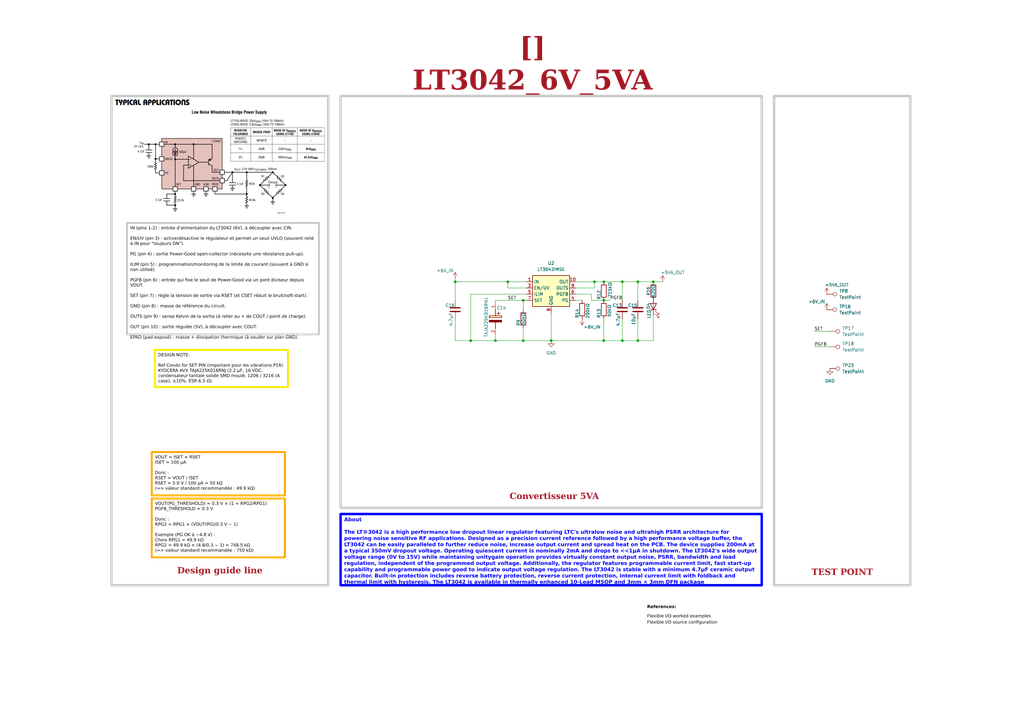
<source format=kicad_sch>
(kicad_sch (version 20250114) (generator "eeschema") (generator_version "9.0")
  (paper "A3")
  (title_block (title "Sheet Title B") (date "2025-01-12") (rev "${REVISION}") (company "${COMPANY}"))
  (lib_symbols
    (symbol "Connector:TestPoint" (pin_numbers (hide yes)) (pin_names (offset 0.762) (hide yes))
      (property "Reference" "TP" (at 0 6.858 0))
      (property "Value" "TestPoint" (at 0 5.08 0))
      (symbol "TestPoint_0_1"
        (circle (center 0 3.302) (radius 0.762))
      )
      (symbol "TestPoint_1_1"
        (pin passive line (at 0 0 90) (length 2.54) (name "1") (number "1"))
      )
    )
    (symbol "Device:C" (pin_numbers (hide yes)) (pin_names (offset 0.254))
      (property "Reference" "C" (at 0.635 2.54 0))
      (property "Value" "C" (at 0.635 -2.54 0))
      (symbol "C_0_1"
        (polyline (pts (xy -2.032 0.762) (xy 2.032 0.762)) (stroke (width 0.508)))
        (polyline (pts (xy -2.032 -0.762) (xy 2.032 -0.762)) (stroke (width 0.508)))
      )
      (symbol "C_1_1"
        (pin passive line (at 0 3.81 270) (length 2.794) (name "~") (number "1"))
        (pin passive line (at 0 -3.81 90) (length 2.794) (name "~") (number "2"))
      )
    )
    (symbol "Device:LED" (pin_numbers (hide yes)) (pin_names (offset 1.016) (hide yes))
      (property "Reference" "D" (at 0 2.54 0))
      (property "Value" "LED" (at 0 -2.54 0))
      (symbol "LED_0_1"
        (polyline (pts (xy -3.048 -0.762) (xy -4.572 -2.286) (xy -3.81 -2.286) (xy -4.572 -2.286) (xy -4.572 -1.524)))
        (polyline (pts (xy -1.778 -0.762) (xy -3.302 -2.286) (xy -2.54 -2.286) (xy -3.302 -2.286) (xy -3.302 -1.524)))
        (polyline (pts (xy -1.27 0) (xy 1.27 0)))
        (polyline (pts (xy -1.27 -1.27) (xy -1.27 1.27)) (stroke (width 0.254)))
        (polyline (pts (xy 1.27 -1.27) (xy 1.27 1.27) (xy -1.27 0) (xy 1.27 -1.27)) (stroke (width 0.254)))
      )
      (symbol "LED_1_1"
        (pin passive line (at -3.81 0 0) (length 2.54) (name "K") (number "1"))
        (pin passive line (at 3.81 0 180) (length 2.54) (name "A") (number "2"))
      )
    )
    (symbol "Device:R" (pin_numbers (hide yes)) (pin_names (offset 0))
      (property "Reference" "R" (at 2.032 0 90))
      (property "Value" "R" (at 0 0 90))
      (symbol "R_0_1"
        (rectangle (start -1.016 -2.54) (end 1.016 2.54) (stroke (width 0.254)))
      )
      (symbol "R_1_1"
        (pin passive line (at 0 3.81 270) (length 1.27) (name "~") (number "1"))
        (pin passive line (at 0 -3.81 90) (length 1.27) (name "~") (number "2"))
      )
    )
    (symbol "Regulator_Linear:LT3042xMSE"
      (property "Reference" "U" (at -6.35 6.35 0))
      (property "Value" "LT3042xMSE" (at 1.27 6.35 0))
      (symbol "LT3042xMSE_0_1"
        (rectangle (start -7.62 5.08) (end 7.62 -7.62) (stroke (width 0.254)) (fill (type background)))
      )
      (symbol "LT3042xMSE_1_1"
        (pin power_in line (at -10.16 2.54 0) (length 2.54) (name "IN") (number "1"))
        (pin passive line (at -10.16 2.54 0) (length 2.54) (hide yes) (name "IN") (number "2"))
        (pin input line (at -10.16 0 0) (length 2.54) (name "EN/UV") (number "3"))
        (pin passive line (at -10.16 -2.54 0) (length 2.54) (name "ILIM") (number "5"))
        (pin passive line (at -10.16 -5.08 0) (length 2.54) (name "SET") (number "7"))
        (pin passive line (at 0 -10.16 90) (length 2.54) (hide yes) (name "GND") (number "11"))
        (pin power_in line (at 0 -10.16 90) (length 2.54) (name "GND") (number "8"))
        (pin power_out line (at 10.16 2.54 180) (length 2.54) (name "OUT") (number "10"))
        (pin input line (at 10.16 0 180) (length 2.54) (name "OUTS") (number "9"))
        (pin input line (at 10.16 -2.54 180) (length 2.54) (name "PGFB") (number "6"))
        (pin open_collector line (at 10.16 -5.08 180) (length 2.54) (name "PG") (number "4"))
      )
    )
    (symbol "TAJA225K016RNJ:TAJA225K016RNJ" (pin_names (hide yes))
      (property "Reference" "C" (at 8.89 6.35 0))
      (property "Value" "TAJA225K016RNJ" (at 8.89 3.81 0))
      (symbol "TAJA225K016RNJ_1_1"
        (polyline (pts (xy 2.54 0) (xy 5.08 0)) (stroke (width 0.254)))
        (polyline (pts (xy 4.064 1.778) (xy 4.064 0.762)) (stroke (width 0.254)))
        (polyline (pts (xy 4.572 1.27) (xy 3.556 1.27)) (stroke (width 0.254)))
        (rectangle (start 5.08 2.54) (end 5.842 -2.54) (stroke (width 0.254)) (fill (type background)))
        (polyline (pts (xy 7.62 2.54) (xy 7.62 -2.54) (xy 6.858 -2.54) (xy 6.858 2.54) (xy 7.62 2.54)) (stroke (width 0.254)) (fill (type outline)))
        (polyline (pts (xy 7.62 0) (xy 10.16 0)) (stroke (width 0.254)))
        (pin passive line (at 0 0 0) (length 2.54) (name "+") (number "1"))
        (pin passive line (at 12.7 0 180) (length 2.54) (name "-") (number "2"))
      )
    )
    (symbol "power:+5VA" (power) (pin_numbers (hide yes)) (pin_names (offset 0) (hide yes))
      (property "Value" "+5VA" (at 0 3.556 0))
      (symbol "+5VA_0_1"
        (polyline (pts (xy -0.762 1.27) (xy 0 2.54)))
        (polyline (pts (xy 0 2.54) (xy 0.762 1.27)))
        (polyline (pts (xy 0 0) (xy 0 2.54)))
      )
      (symbol "+5VA_1_1"
        (pin power_in line (at 0 0 90) (length 0) (name "~") (number "1"))
      )
    )
    (symbol "power:+6V" (power) (pin_numbers (hide yes)) (pin_names (offset 0) (hide yes))
      (property "Value" "+6V" (at 0 3.556 0))
      (symbol "+6V_0_1"
        (polyline (pts (xy -0.762 1.27) (xy 0 2.54)))
        (polyline (pts (xy 0 2.54) (xy 0.762 1.27)))
        (polyline (pts (xy 0 0) (xy 0 2.54)))
      )
      (symbol "+6V_1_1"
        (pin power_in line (at 0 0 90) (length 0) (name "~") (number "1"))
      )
    )
    (symbol "power:GND" (power) (pin_numbers (hide yes)) (pin_names (offset 0) (hide yes))
      (property "Value" "GND" (at 0 -3.81 0))
      (symbol "GND_0_1"
        (polyline (pts (xy 0 0) (xy 0 -1.27) (xy 1.27 -1.27) (xy 0 -2.54) (xy -1.27 -1.27) (xy 0 -1.27)))
      )
      (symbol "GND_1_1"
        (pin power_in line (at 0 0 270) (length 0) (name "~") (number "1"))
      )
    )
  )
  (rectangle (start 317.5 39.37) (end 373.38 240.03) (stroke (width 1) (color 200 200 200 1)))
  (rectangle (start 45.72 39.37) (end 134.62 240.03) (stroke (width 1) (color 200 200 200 1)))
  (rectangle (start 139.7 39.37) (end 312.42 208.28) (stroke (width 1) (color 200 200 200 1)))
  (text "Flexible I/O worked examples" (at 265.43 254 0) (effects (font (size 1.27 1.27)) (justify left bottom)))
  (text "References:" (at 265.43 250.19 0) (effects (font (size 1.27 1.27) (thickness 0.254) (bold yes)) (justify left bottom)))
  (text "Flexible I/O source configuration" (at 265.43 256.54 0) (effects (font (size 1.27 1.27)) (justify left bottom)))
  (text_box "Design guide line" (at 46.99 227.965 0) (size 86.36 9.525) (margins 1.9049 1.9049 1.9049 1.9049) (stroke (width -0.0001)) (effects (font (size 2.54 2.54) (thickness 0.508) (bold yes)) (justify bottom)))
  (text_box "DESIGN NOTE:\n\nRef Condo for SET PIN (important pour les vibrations P16)\nKYOCERA AVX TAJA225K016RNJ (2.2 µF, 16 VDC, condensateur tantale solide SMD moulé, 1206 / 3216 (A case), ±10%, ESR 6.5 Ω)." (at 63.5 143.51 0) (size 54.61 15.24) (margins 1.3525 1.3525 1.3525 1.3525) (stroke (width 0.8) (color 250 236 0 1)) (effects (font (size 1.27 1.27)) (justify left top)))
  (text_box "[${#}] LT3042_6V_5VA" (at 161.29 20.32 0) (size 114.3 12.7) (margins 5.9999 5.9999 5.9999 5.9999) (stroke (width -0.0001)) (effects (font (size 8 8) (thickness 1.2) (bold yes))))
  (text_box "VOUT ≈ ISET × RSET\nISET ≈ 100 µA\n\nDonc :\nRSET ≈ VOUT / ISET\nRSET ≈ 5.0 V / 100 µA = 50 kΩ\n(=> valeur standard recommandée : 49.9 kΩ)" (at 62.23 185.42 0) (size 54.61 17.78) (margins 1.3525 1.3525 1.3525 1.3525) (stroke (width 0.8) (color 255 165 0 1)) (effects (font (size 1.27 1.27)) (justify left top)))
  (text_box "Convertisseur 5VA" (at 143.51 197.485 0) (size 167.64 9.525) (margins 1.9049 1.9049 1.9049 1.9049) (stroke (width -0.0001)) (effects (font (size 2.54 2.54) (thickness 0.508) (bold yes)) (justify bottom)))
  (text_box "TEST POINT" (at 318.77 228.6 0) (size 53.34 9.525) (margins 1.9049 1.9049 1.9049 1.9049) (stroke (width -0.0001)) (effects (font (size 2.54 2.54) (thickness 0.508) (bold yes)) (justify bottom)))
  (text_box "VOUT(PG_THRESHOLD) ≈ 0.3 V × (1 + RPG2/RPG1)\nPGFB_THRESHOLD ≈ 0.3 V\n\nDonc :\nRPG2 ≈ RPG1 × (VOUT(PG)/0.3 V − 1)\n\nExemple (PG OK à ~4.8 V) :\nChoix RPG1 = 49.9 kΩ\nRPG2 ≈ 49.9 kΩ × (4.8/0.3 − 1) ≈ 748.5 kΩ\n(=> valeur standard recommandée : 750 kΩ)" (at 62.23 204.47 0) (size 54.61 24.13) (margins 1.3525 1.3525 1.3525 1.3525) (stroke (width 0.8) (color 255 165 0 1)) (effects (font (size 1.27 1.27)) (justify left top)))
  (text_box "IN (pins 1-2) : entrée d'alimentation du LT3042 (6V), à découpler avec CIN.\n\nEN/UV (pin 3) : active/désactive le régulateur et permet un seuil UVLO (souvent relié à IN pour \"toujours ON\").\n\nPG (pin 4) : sortie Power-Good open-collector (nécessite une résistance pull-up).\n\nILIM (pin 5) : programmation/monitoring de la limite de courant (souvent à GND si non utilisé).\n\nPGFB (pin 6) : entrée qui fixe le seuil de Power-Good via un pont diviseur depuis VOUT.\n\nSET (pin 7) : règle la tension de sortie via RSET (et CSET réduit le bruit/soft-start).\n\nGND (pin 8) : masse de référence du circuit.\n\nOUTS (pin 9) : sense Kelvin de la sortie (à relier au + de COUT / point de charge).\n\nOUT (pin 10) : sortie régulée (5V), à découpler avec COUT.\n\nEPAD (pad exposé) : masse + dissipation thermique (à souder sur plan GND)." (at 52.07 91.44 0) (size 78.74 45.72) (margins 1.3525 1.3525 1.3525 1.3525) (stroke (width 0.8) (color 200 200 200 1)) (effects (font (size 1.27 1.27)) (justify left top)))
  (text_box "About\n\nThe LT®3042 is a high performance low dropout linear regulator featuring LTC's ultralow noise and ultrahigh PSRR architecture for powering noise sensitive RF applications. Designed as a precision current reference followed by a high performance voltage buffer, the LT3042 can be easily paralleled to further reduce noise, increase output current and spread heat on the PCB. The device supplies 200mA at a typical 350mV dropout voltage. Operating quiescent current is nominally 2mA and drops to <<1µA in shutdown. The LT3042's wide output voltage range (0V to 15V) while maintaining unitygain operation provides virtually constant output noise, PSRR, bandwidth and load regulation, independent of the programmed output voltage. Additionally, the regulator features programmable current limit, fast start-up capability and programmable power good to indicate output voltage regulation. The LT3042 is stable with a minimum 4.7µF ceramic output capacitor. Built-in protection includes reverse battery protection, reverse current protection, internal current limit with foldback and thermal limit with hysteresis. The LT3042 is available in thermally enhanced 10-Lead MSOP and 3mm × 3mm DFN package" (at 139.7 210.82 0) (size 172.72 29.21) (margins 1.4525 1.4525 1.4525 1.4525) (stroke (width 1) (color 0 0 255 1)) (effects (font (size 1.524 1.524) (thickness 0.4) (bold yes)) (justify left top)))
  (junction (at 261.62 115.57))
  (junction (at 243.84 115.57))
  (junction (at 193.04 139.7))
  (junction (at 261.62 139.7))
  (junction (at 255.27 115.57))
  (junction (at 267.97 115.57))
  (junction (at 214.63 139.7))
  (junction (at 247.65 123.19))
  (junction (at 214.63 123.19))
  (junction (at 226.06 139.7))
  (junction (at 247.65 115.57))
  (junction (at 203.2 139.7))
  (junction (at 208.28 115.57))
  (junction (at 247.65 139.7))
  (junction (at 186.69 115.57))
  (junction (at 255.27 139.7))
  (wire (pts (xy 186.69 130.81) (xy 186.69 139.7)))
  (wire (pts (xy 247.65 115.57) (xy 255.27 115.57)))
  (wire (pts (xy 214.63 134.62) (xy 214.63 139.7)))
  (wire (pts (xy 186.69 114.3) (xy 186.69 115.57)))
  (wire (pts (xy 247.65 130.81) (xy 247.65 139.7)))
  (wire (pts (xy 255.27 139.7) (xy 261.62 139.7)))
  (wire (pts (xy 238.76 123.19) (xy 236.22 123.19)))
  (wire (pts (xy 267.97 123.19) (xy 267.97 121.92)))
  (wire (pts (xy 267.97 129.54) (xy 267.97 139.7)))
  (wire (pts (xy 208.28 118.11) (xy 208.28 115.57)))
  (wire (pts (xy 186.69 139.7) (xy 193.04 139.7)))
  (wire (pts (xy 208.28 115.57) (xy 215.9 115.57)))
  (wire (pts (xy 193.04 139.7) (xy 203.2 139.7)))
  (wire (pts (xy 236.22 120.65) (xy 242.57 120.65)))
  (wire (pts (xy 215.9 120.65) (xy 193.04 120.65)))
  (wire (pts (xy 250.19 123.19) (xy 247.65 123.19)))
  (wire (pts (xy 215.9 123.19) (xy 214.63 123.19)))
  (wire (pts (xy 255.27 123.19) (xy 255.27 115.57)))
  (wire (pts (xy 214.63 123.19) (xy 214.63 127)))
  (wire (pts (xy 261.62 115.57) (xy 267.97 115.57)))
  (wire (pts (xy 203.2 137.16) (xy 203.2 139.7)))
  (wire (pts (xy 186.69 115.57) (xy 186.69 123.19)))
  (wire (pts (xy 334.01 142.24) (xy 340.36 142.24)))
  (wire (pts (xy 243.84 118.11) (xy 243.84 115.57)))
  (wire (pts (xy 255.27 115.57) (xy 261.62 115.57)))
  (wire (pts (xy 271.78 115.57) (xy 267.97 115.57)))
  (wire (pts (xy 247.65 139.7) (xy 255.27 139.7)))
  (wire (pts (xy 255.27 130.81) (xy 255.27 139.7)))
  (wire (pts (xy 242.57 123.19) (xy 247.65 123.19)))
  (wire (pts (xy 243.84 115.57) (xy 247.65 115.57)))
  (wire (pts (xy 236.22 115.57) (xy 243.84 115.57)))
  (wire (pts (xy 193.04 120.65) (xy 193.04 139.7)))
  (wire (pts (xy 214.63 123.19) (xy 203.2 123.19)))
  (wire (pts (xy 186.69 115.57) (xy 208.28 115.57)))
  (wire (pts (xy 236.22 118.11) (xy 243.84 118.11)))
  (wire (pts (xy 226.06 128.27) (xy 226.06 139.7)))
  (wire (pts (xy 334.01 135.89) (xy 340.36 135.89)))
  (wire (pts (xy 242.57 120.65) (xy 242.57 123.19)))
  (wire (pts (xy 214.63 139.7) (xy 226.06 139.7)))
  (wire (pts (xy 226.06 139.7) (xy 247.65 139.7)))
  (wire (pts (xy 203.2 123.19) (xy 203.2 124.46)))
  (wire (pts (xy 215.9 118.11) (xy 208.28 118.11)))
  (wire (pts (xy 261.62 139.7) (xy 267.97 139.7)))
  (wire (pts (xy 261.62 130.81) (xy 261.62 139.7)))
  (wire (pts (xy 203.2 139.7) (xy 214.63 139.7)))
  (wire (pts (xy 261.62 123.19) (xy 261.62 115.57)))
  (image (at 90.17 64.77) (scale 0.318221))
  (label "SET" (at 208.28 123.19 0))
  (label "SET" (at 334.01 135.89 0))
  (label "PGFB" (at 250.19 123.19 0))
  (label "PGFB" (at 334.01 142.24 0))
  (symbol (lib_id "Regulator_Linear:LT3042xMSE") (at 226.06 118.11 0) (unit 1)
    (property "Reference" "U2" (at 226.06 107.95 0))
    (property "Value" "LT3042IMSE" (at 226.06 110.49 0))
    (property "Footprint" "Package_SO:MSOP-10-1EP_3x3mm_P0.5mm_EP2.2x3.1mm_Mask1.83x1.89mm_ThermalVias" (effects (hide yes)))
    (property "Datasheet" "https://www.analog.com/media/en/technical-documentation/data-sheets/3042fb.pdf" (effects (hide yes)))
    (property "Description" "200mA, Adjustable, Ultralow Noise, Ultrahigh PSRR RF Linear Regulator, MSOP-10" (effects (hide yes)))
  )
  (symbol (lib_id "Connector:TestPoint") (at 340.36 135.89 270) (unit 1)
    (property "Reference" "TP17" (at 345.44 134.6199 90) (effects (justify left)))
    (property "Value" "TestPoint" (at 345.44 137.1599 90) (effects (justify left)))
    (property "Footprint" "TestPoint:TestPoint_Pad_D2.0mm" (effects (hide yes)))
    (property "Description" "test point" (effects (hide yes)))
  )
  (symbol (lib_id "Connector:TestPoint") (at 339.09 120.65 270) (unit 1)
    (property "Reference" "TP8" (at 344.17 119.3799 90) (effects (justify left)))
    (property "Value" "TestPoint" (at 344.17 121.9199 90) (effects (justify left)))
    (property "Footprint" "TestPoint:TestPoint_Pad_D2.0mm" (effects (hide yes)))
    (property "Description" "test point" (effects (hide yes)))
  )
  (symbol (lib_id "Device:R") (at 247.65 119.38 180) (unit 1)
    (property "Reference" "R12" (at 245.618 120.904 90))
    (property "Value" "715kΩ" (at 250.19 118.872 90))
    (property "Footprint" "Resistor_SMD:R_0603_1608Metric" (effects (hide yes)))
    (property "Description" "Resistor" (effects (hide yes)))
  )
  (symbol (lib_id "power:GND") (at 340.36 151.13 0) (unit 1)
    (property "Reference" "#PWR037" (effects (hide yes)))
    (property "Value" "GND" (at 340.36 156.21 0))
    (property "Description" "Power symbol creates a global label with name \"GND\" , ground" (effects (hide yes)))
  )
  (symbol (lib_id "power:+6V") (at 339.09 127 0) (unit 1)
    (property "Reference" "#PWR021" (effects (hide yes)))
    (property "Value" "+6V_IN" (at 331.47 123.698 0) (effects (justify left)))
    (property "Description" "Power symbol creates a global label with name \"+6V\"" (effects (hide yes)))
  )
  (symbol (lib_id "power:+5VA") (at 339.09 120.65 0) (unit 1)
    (property "Reference" "#PWR017" (effects (hide yes)))
    (property "Value" "+5VA_OUT" (at 338.328 116.84 0) (effects (justify left)))
    (property "Description" "Power symbol creates a global label with name \"+5VA\"" (effects (hide yes)))
  )
  (symbol (lib_id "Connector:TestPoint") (at 340.36 142.24 270) (unit 1)
    (property "Reference" "TP18" (at 345.44 140.9699 90) (effects (justify left)))
    (property "Value" "TestPoint" (at 345.44 143.5099 90) (effects (justify left)))
    (property "Footprint" "TestPoint:TestPoint_Pad_D2.0mm" (effects (hide yes)))
    (property "Description" "test point" (effects (hide yes)))
  )
  (symbol (lib_id "Connector:TestPoint") (at 340.36 151.13 270) (unit 1)
    (property "Reference" "TP23" (at 345.44 149.8599 90) (effects (justify left)))
    (property "Value" "TestPoint" (at 345.44 152.3999 90) (effects (justify left)))
    (property "Footprint" "TestPoint:TestPoint_Pad_D2.0mm" (effects (hide yes)))
    (property "Description" "test point" (effects (hide yes)))
  )
  (symbol (lib_id "Device:R") (at 238.76 127 180) (unit 1)
    (property "Reference" "R14" (at 236.728 128.524 90))
    (property "Value" "200kΩ" (at 241.046 127.508 90))
    (property "Footprint" "Resistor_SMD:R_0603_1608Metric" (effects (hide yes)))
    (property "Description" "Resistor" (effects (hide yes)))
  )
  (symbol (lib_id "Device:R") (at 267.97 119.38 180) (unit 1)
    (property "Reference" "R16" (at 265.938 119.38 90))
    (property "Value" "620Ω" (at 267.97 119.38 90))
    (property "Footprint" "Resistor_SMD:R_0603_1608Metric" (effects (hide yes)))
    (property "Description" "Resistor" (effects (hide yes)))
  )
  (symbol (lib_id "TAJA225K016RNJ:TAJA225K016RNJ") (at 203.2 124.46 270) (unit 1)
    (property "Reference" "C14" (at 203.708 126.238 90) (effects (justify left)))
    (property "Value" "TAJA225K016RNJ" (at 199.39 121.92 0) (effects (justify left)))
    (property "Footprint" "CAPPM3216X180N" (effects (hide yes)))
    (property "Datasheet" "http://www.farnell.com/datasheets/1680476.pdf" (effects (hide yes)))
    (property "Description" "TAJ SMT tant capacitor,Case A,16V,2.2uF AVX 2.2uF SMD Solid MnO2 Tantalum Electrolytic Capacitor, 16 V dc +/-10%, TAJ Series" (effects (hide yes)))
    (property "Height" "1.8" (effects (hide yes)))
    (property "Manufacturer_Name" "Kyocera AVX" (effects (hide yes)))
    (property "Manufacturer_Part_Number" "TAJA225K016RNJ" (effects (hide yes)))
    (property "Mouser Part Number" "581-TAJA225K016" (effects (hide yes)))
    (property "Mouser Price/Stock" "https://www.mouser.co.uk/ProductDetail/AVX/TAJA225K016RNJ?qs=QtLZGLLAmDbQo3XekLTU0g%3D%3D" (effects (hide yes)))
    (property "Arrow Part Number" "TAJA225K016RNJ" (effects (hide yes)))
    (property "Arrow Price/Stock" "https://www.arrow.com/en/products/taja225k016rnj/avx?utm_currency=USD&region=europe" (effects (hide yes)))
  )
  (symbol (lib_id "Device:C") (at 261.62 127 0) (unit 1)
    (property "Reference" "C15" (at 257.556 125.222 0) (effects (justify left)))
    (property "Value" "10µF" (at 259.842 133.35 90) (effects (justify left)))
    (property "Footprint" "Capacitor_SMD:C_0603_1608Metric" (effects (hide yes)))
    (property "Description" "Unpolarized capacitor" (effects (hide yes)))
  )
  (symbol (lib_id "power:+6V") (at 186.69 114.3 0) (unit 1)
    (property "Reference" "#PWR019" (effects (hide yes)))
    (property "Value" "+6V_IN" (at 179.07 110.998 0) (effects (justify left)))
    (property "Description" "Power symbol creates a global label with name \"+6V\"" (effects (hide yes)))
  )
  (symbol (lib_id "Device:LED") (at 267.97 125.73 90) (unit 1)
    (property "Reference" "D4" (at 265.938 125.476 0))
    (property "Value" "LED" (at 266.192 128.778 0))
    (property "Footprint" "LED_SMD:LED_0603_1608Metric" (effects (hide yes)))
    (property "Description" "Light emitting diode" (effects (hide yes)))
    (property "Sim.Pins" "1=K 2=A" (effects (hide yes)))
  )
  (symbol (lib_id "power:+5VA") (at 271.78 115.57 0) (unit 1)
    (property "Reference" "#PWR023" (effects (hide yes)))
    (property "Value" "+5VA_OUT" (at 271.018 111.76 0) (effects (justify left)))
    (property "Description" "Power symbol creates a global label with name \"+5VA\"" (effects (hide yes)))
  )
  (symbol (lib_id "power:GND") (at 226.06 139.7 0) (unit 1)
    (property "Reference" "#PWR020" (effects (hide yes)))
    (property "Value" "GND" (at 226.06 144.78 0))
    (property "Description" "Power symbol creates a global label with name \"GND\" , ground" (effects (hide yes)))
  )
  (symbol (lib_id "Device:R") (at 214.63 130.81 180) (unit 1)
    (property "Reference" "R9" (at 212.598 132.334 90))
    (property "Value" "50kΩ" (at 214.63 130.81 90))
    (property "Footprint" "Resistor_SMD:R_0603_1608Metric" (effects (hide yes)))
    (property "Description" "Resistor" (effects (hide yes)))
  )
  (symbol (lib_id "power:+6V") (at 238.76 130.81 180) (unit 1)
    (property "Reference" "#PWR016" (effects (hide yes)))
    (property "Value" "+6V_IN" (at 246.38 134.112 0) (effects (justify left)))
    (property "Description" "Power symbol creates a global label with name \"+6V\"" (effects (hide yes)))
  )
  (symbol (lib_id "Device:C") (at 255.27 127 0) (unit 1)
    (property "Reference" "C13" (at 251.206 125.222 0) (effects (justify left)))
    (property "Value" "4.7µF" (at 253.492 133.858 90) (effects (justify left)))
    (property "Footprint" "Capacitor_SMD:C_0603_1608Metric" (effects (hide yes)))
    (property "Description" "Unpolarized capacitor" (effects (hide yes)))
  )
  (symbol (lib_id "Device:C") (at 186.69 127 0) (unit 1)
    (property "Reference" "C16" (at 182.626 125.222 0) (effects (justify left)))
    (property "Value" "4.7µF" (at 184.912 133.858 90) (effects (justify left)))
    (property "Footprint" "Capacitor_SMD:C_0603_1608Metric" (effects (hide yes)))
    (property "Description" "Unpolarized capacitor" (effects (hide yes)))
  )
  (symbol (lib_id "Connector:TestPoint") (at 339.09 127 270) (unit 1)
    (property "Reference" "TP16" (at 344.17 125.7299 90) (effects (justify left)))
    (property "Value" "TestPoint" (at 344.17 128.2699 90) (effects (justify left)))
    (property "Footprint" "TestPoint:TestPoint_Pad_D2.0mm" (effects (hide yes)))
    (property "Description" "test point" (effects (hide yes)))
  )
  (symbol (lib_id "Device:R") (at 247.65 127 180) (unit 1)
    (property "Reference" "R13" (at 245.618 128.524 90))
    (property "Value" "50kΩ" (at 249.936 127.508 90))
    (property "Footprint" "Resistor_SMD:R_0603_1608Metric" (effects (hide yes)))
    (property "Description" "Resistor" (effects (hide yes)))
  )
)
</source>
